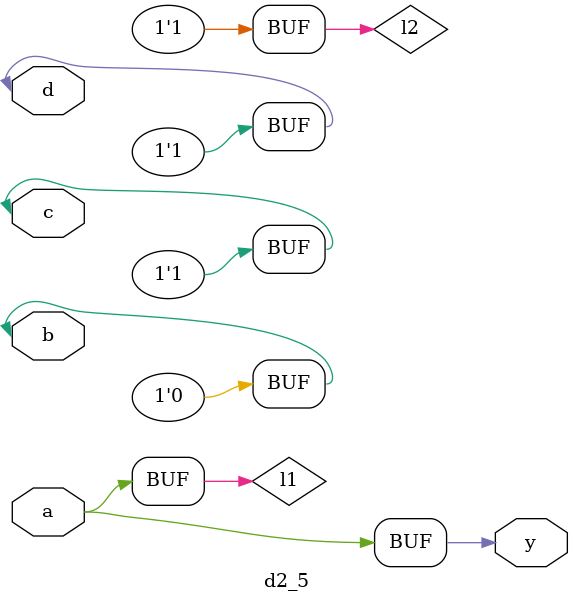
<source format=sv>
module d2_5
(input a,b,c,d,output logic y);
logic l1,l2;

assign l1=a|b;
assign l2=c&d;
assign y=l1&l2;

assign b=1'b0;
assign c=1'b1;
assign d=1'b1;
endmodule
</source>
